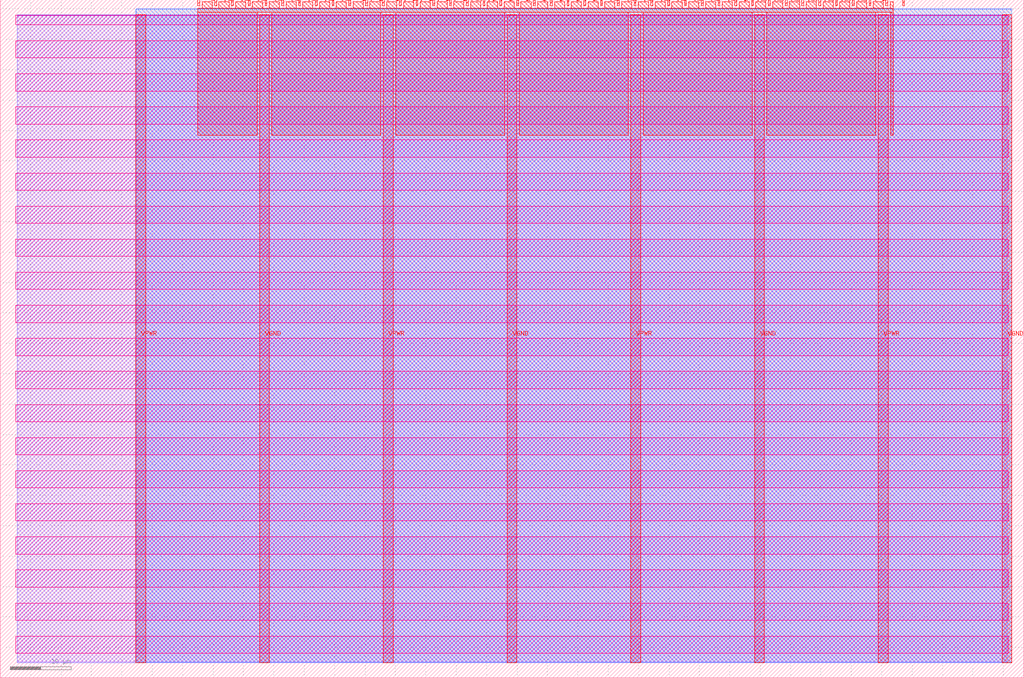
<source format=lef>
VERSION 5.7 ;
  NOWIREEXTENSIONATPIN ON ;
  DIVIDERCHAR "/" ;
  BUSBITCHARS "[]" ;
MACRO tt_um_manjushettar_dup
  CLASS BLOCK ;
  FOREIGN tt_um_manjushettar_dup ;
  ORIGIN 0.000 0.000 ;
  SIZE 168.360 BY 111.520 ;
  PIN VGND
    DIRECTION INOUT ;
    USE GROUND ;
    PORT
      LAYER met4 ;
        RECT 42.670 2.480 44.270 109.040 ;
    END
    PORT
      LAYER met4 ;
        RECT 83.380 2.480 84.980 109.040 ;
    END
    PORT
      LAYER met4 ;
        RECT 124.090 2.480 125.690 109.040 ;
    END
    PORT
      LAYER met4 ;
        RECT 164.800 2.480 166.400 109.040 ;
    END
  END VGND
  PIN VPWR
    DIRECTION INOUT ;
    USE POWER ;
    PORT
      LAYER met4 ;
        RECT 22.315 2.480 23.915 109.040 ;
    END
    PORT
      LAYER met4 ;
        RECT 63.025 2.480 64.625 109.040 ;
    END
    PORT
      LAYER met4 ;
        RECT 103.735 2.480 105.335 109.040 ;
    END
    PORT
      LAYER met4 ;
        RECT 144.445 2.480 146.045 109.040 ;
    END
  END VPWR
  PIN clk
    DIRECTION INPUT ;
    USE SIGNAL ;
    ANTENNAGATEAREA 0.852000 ;
    PORT
      LAYER met4 ;
        RECT 145.670 110.520 145.970 111.520 ;
    END
  END clk
  PIN ena
    DIRECTION INPUT ;
    USE SIGNAL ;
    PORT
      LAYER met4 ;
        RECT 148.430 110.520 148.730 111.520 ;
    END
  END ena
  PIN rst_n
    DIRECTION INPUT ;
    USE SIGNAL ;
    ANTENNAGATEAREA 0.126000 ;
    PORT
      LAYER met4 ;
        RECT 142.910 110.520 143.210 111.520 ;
    END
  END rst_n
  PIN ui_in[0]
    DIRECTION INPUT ;
    USE SIGNAL ;
    ANTENNAGATEAREA 0.196500 ;
    PORT
      LAYER met4 ;
        RECT 140.150 110.520 140.450 111.520 ;
    END
  END ui_in[0]
  PIN ui_in[1]
    DIRECTION INPUT ;
    USE SIGNAL ;
    ANTENNAGATEAREA 0.196500 ;
    PORT
      LAYER met4 ;
        RECT 137.390 110.520 137.690 111.520 ;
    END
  END ui_in[1]
  PIN ui_in[2]
    DIRECTION INPUT ;
    USE SIGNAL ;
    ANTENNAGATEAREA 0.196500 ;
    PORT
      LAYER met4 ;
        RECT 134.630 110.520 134.930 111.520 ;
    END
  END ui_in[2]
  PIN ui_in[3]
    DIRECTION INPUT ;
    USE SIGNAL ;
    ANTENNAGATEAREA 0.196500 ;
    PORT
      LAYER met4 ;
        RECT 131.870 110.520 132.170 111.520 ;
    END
  END ui_in[3]
  PIN ui_in[4]
    DIRECTION INPUT ;
    USE SIGNAL ;
    ANTENNAGATEAREA 0.196500 ;
    PORT
      LAYER met4 ;
        RECT 129.110 110.520 129.410 111.520 ;
    END
  END ui_in[4]
  PIN ui_in[5]
    DIRECTION INPUT ;
    USE SIGNAL ;
    ANTENNAGATEAREA 0.196500 ;
    PORT
      LAYER met4 ;
        RECT 126.350 110.520 126.650 111.520 ;
    END
  END ui_in[5]
  PIN ui_in[6]
    DIRECTION INPUT ;
    USE SIGNAL ;
    ANTENNAGATEAREA 0.196500 ;
    PORT
      LAYER met4 ;
        RECT 123.590 110.520 123.890 111.520 ;
    END
  END ui_in[6]
  PIN ui_in[7]
    DIRECTION INPUT ;
    USE SIGNAL ;
    ANTENNAGATEAREA 0.196500 ;
    PORT
      LAYER met4 ;
        RECT 120.830 110.520 121.130 111.520 ;
    END
  END ui_in[7]
  PIN uio_in[0]
    DIRECTION INPUT ;
    USE SIGNAL ;
    ANTENNAGATEAREA 0.196500 ;
    PORT
      LAYER met4 ;
        RECT 118.070 110.520 118.370 111.520 ;
    END
  END uio_in[0]
  PIN uio_in[1]
    DIRECTION INPUT ;
    USE SIGNAL ;
    ANTENNAGATEAREA 0.196500 ;
    PORT
      LAYER met4 ;
        RECT 115.310 110.520 115.610 111.520 ;
    END
  END uio_in[1]
  PIN uio_in[2]
    DIRECTION INPUT ;
    USE SIGNAL ;
    ANTENNAGATEAREA 0.196500 ;
    PORT
      LAYER met4 ;
        RECT 112.550 110.520 112.850 111.520 ;
    END
  END uio_in[2]
  PIN uio_in[3]
    DIRECTION INPUT ;
    USE SIGNAL ;
    ANTENNAGATEAREA 0.196500 ;
    PORT
      LAYER met4 ;
        RECT 109.790 110.520 110.090 111.520 ;
    END
  END uio_in[3]
  PIN uio_in[4]
    DIRECTION INPUT ;
    USE SIGNAL ;
    ANTENNAGATEAREA 0.196500 ;
    PORT
      LAYER met4 ;
        RECT 107.030 110.520 107.330 111.520 ;
    END
  END uio_in[4]
  PIN uio_in[5]
    DIRECTION INPUT ;
    USE SIGNAL ;
    ANTENNAGATEAREA 0.196500 ;
    PORT
      LAYER met4 ;
        RECT 104.270 110.520 104.570 111.520 ;
    END
  END uio_in[5]
  PIN uio_in[6]
    DIRECTION INPUT ;
    USE SIGNAL ;
    ANTENNAGATEAREA 0.196500 ;
    PORT
      LAYER met4 ;
        RECT 101.510 110.520 101.810 111.520 ;
    END
  END uio_in[6]
  PIN uio_in[7]
    DIRECTION INPUT ;
    USE SIGNAL ;
    ANTENNAGATEAREA 0.196500 ;
    PORT
      LAYER met4 ;
        RECT 98.750 110.520 99.050 111.520 ;
    END
  END uio_in[7]
  PIN uio_oe[0]
    DIRECTION OUTPUT TRISTATE ;
    USE SIGNAL ;
    PORT
      LAYER met4 ;
        RECT 51.830 110.520 52.130 111.520 ;
    END
  END uio_oe[0]
  PIN uio_oe[1]
    DIRECTION OUTPUT TRISTATE ;
    USE SIGNAL ;
    PORT
      LAYER met4 ;
        RECT 49.070 110.520 49.370 111.520 ;
    END
  END uio_oe[1]
  PIN uio_oe[2]
    DIRECTION OUTPUT TRISTATE ;
    USE SIGNAL ;
    PORT
      LAYER met4 ;
        RECT 46.310 110.520 46.610 111.520 ;
    END
  END uio_oe[2]
  PIN uio_oe[3]
    DIRECTION OUTPUT TRISTATE ;
    USE SIGNAL ;
    PORT
      LAYER met4 ;
        RECT 43.550 110.520 43.850 111.520 ;
    END
  END uio_oe[3]
  PIN uio_oe[4]
    DIRECTION OUTPUT TRISTATE ;
    USE SIGNAL ;
    PORT
      LAYER met4 ;
        RECT 40.790 110.520 41.090 111.520 ;
    END
  END uio_oe[4]
  PIN uio_oe[5]
    DIRECTION OUTPUT TRISTATE ;
    USE SIGNAL ;
    PORT
      LAYER met4 ;
        RECT 38.030 110.520 38.330 111.520 ;
    END
  END uio_oe[5]
  PIN uio_oe[6]
    DIRECTION OUTPUT TRISTATE ;
    USE SIGNAL ;
    PORT
      LAYER met4 ;
        RECT 35.270 110.520 35.570 111.520 ;
    END
  END uio_oe[6]
  PIN uio_oe[7]
    DIRECTION OUTPUT TRISTATE ;
    USE SIGNAL ;
    PORT
      LAYER met4 ;
        RECT 32.510 110.520 32.810 111.520 ;
    END
  END uio_oe[7]
  PIN uio_out[0]
    DIRECTION OUTPUT TRISTATE ;
    USE SIGNAL ;
    PORT
      LAYER met4 ;
        RECT 73.910 110.520 74.210 111.520 ;
    END
  END uio_out[0]
  PIN uio_out[1]
    DIRECTION OUTPUT TRISTATE ;
    USE SIGNAL ;
    PORT
      LAYER met4 ;
        RECT 71.150 110.520 71.450 111.520 ;
    END
  END uio_out[1]
  PIN uio_out[2]
    DIRECTION OUTPUT TRISTATE ;
    USE SIGNAL ;
    PORT
      LAYER met4 ;
        RECT 68.390 110.520 68.690 111.520 ;
    END
  END uio_out[2]
  PIN uio_out[3]
    DIRECTION OUTPUT TRISTATE ;
    USE SIGNAL ;
    PORT
      LAYER met4 ;
        RECT 65.630 110.520 65.930 111.520 ;
    END
  END uio_out[3]
  PIN uio_out[4]
    DIRECTION OUTPUT TRISTATE ;
    USE SIGNAL ;
    PORT
      LAYER met4 ;
        RECT 62.870 110.520 63.170 111.520 ;
    END
  END uio_out[4]
  PIN uio_out[5]
    DIRECTION OUTPUT TRISTATE ;
    USE SIGNAL ;
    PORT
      LAYER met4 ;
        RECT 60.110 110.520 60.410 111.520 ;
    END
  END uio_out[5]
  PIN uio_out[6]
    DIRECTION OUTPUT TRISTATE ;
    USE SIGNAL ;
    PORT
      LAYER met4 ;
        RECT 57.350 110.520 57.650 111.520 ;
    END
  END uio_out[6]
  PIN uio_out[7]
    DIRECTION OUTPUT TRISTATE ;
    USE SIGNAL ;
    PORT
      LAYER met4 ;
        RECT 54.590 110.520 54.890 111.520 ;
    END
  END uio_out[7]
  PIN uo_out[0]
    DIRECTION OUTPUT TRISTATE ;
    USE SIGNAL ;
    ANTENNADIFFAREA 0.795200 ;
    PORT
      LAYER met4 ;
        RECT 95.990 110.520 96.290 111.520 ;
    END
  END uo_out[0]
  PIN uo_out[1]
    DIRECTION OUTPUT TRISTATE ;
    USE SIGNAL ;
    ANTENNADIFFAREA 0.795200 ;
    PORT
      LAYER met4 ;
        RECT 93.230 110.520 93.530 111.520 ;
    END
  END uo_out[1]
  PIN uo_out[2]
    DIRECTION OUTPUT TRISTATE ;
    USE SIGNAL ;
    PORT
      LAYER met4 ;
        RECT 90.470 110.520 90.770 111.520 ;
    END
  END uo_out[2]
  PIN uo_out[3]
    DIRECTION OUTPUT TRISTATE ;
    USE SIGNAL ;
    PORT
      LAYER met4 ;
        RECT 87.710 110.520 88.010 111.520 ;
    END
  END uo_out[3]
  PIN uo_out[4]
    DIRECTION OUTPUT TRISTATE ;
    USE SIGNAL ;
    PORT
      LAYER met4 ;
        RECT 84.950 110.520 85.250 111.520 ;
    END
  END uo_out[4]
  PIN uo_out[5]
    DIRECTION OUTPUT TRISTATE ;
    USE SIGNAL ;
    PORT
      LAYER met4 ;
        RECT 82.190 110.520 82.490 111.520 ;
    END
  END uo_out[5]
  PIN uo_out[6]
    DIRECTION OUTPUT TRISTATE ;
    USE SIGNAL ;
    PORT
      LAYER met4 ;
        RECT 79.430 110.520 79.730 111.520 ;
    END
  END uo_out[6]
  PIN uo_out[7]
    DIRECTION OUTPUT TRISTATE ;
    USE SIGNAL ;
    PORT
      LAYER met4 ;
        RECT 76.670 110.520 76.970 111.520 ;
    END
  END uo_out[7]
  OBS
      LAYER nwell ;
        RECT 2.570 107.385 165.790 108.990 ;
        RECT 2.570 101.945 165.790 104.775 ;
        RECT 2.570 96.505 165.790 99.335 ;
        RECT 2.570 91.065 165.790 93.895 ;
        RECT 2.570 85.625 165.790 88.455 ;
        RECT 2.570 80.185 165.790 83.015 ;
        RECT 2.570 74.745 165.790 77.575 ;
        RECT 2.570 69.305 165.790 72.135 ;
        RECT 2.570 63.865 165.790 66.695 ;
        RECT 2.570 58.425 165.790 61.255 ;
        RECT 2.570 52.985 165.790 55.815 ;
        RECT 2.570 47.545 165.790 50.375 ;
        RECT 2.570 42.105 165.790 44.935 ;
        RECT 2.570 36.665 165.790 39.495 ;
        RECT 2.570 31.225 165.790 34.055 ;
        RECT 2.570 25.785 165.790 28.615 ;
        RECT 2.570 20.345 165.790 23.175 ;
        RECT 2.570 14.905 165.790 17.735 ;
        RECT 2.570 9.465 165.790 12.295 ;
        RECT 2.570 4.025 165.790 6.855 ;
      LAYER li1 ;
        RECT 2.760 2.635 165.600 108.885 ;
      LAYER met1 ;
        RECT 2.760 2.480 166.400 109.040 ;
      LAYER met2 ;
        RECT 22.345 2.535 166.370 110.005 ;
      LAYER met3 ;
        RECT 22.325 2.555 166.390 109.985 ;
      LAYER met4 ;
        RECT 33.210 110.120 34.870 111.170 ;
        RECT 35.970 110.120 37.630 111.170 ;
        RECT 38.730 110.120 40.390 111.170 ;
        RECT 41.490 110.120 43.150 111.170 ;
        RECT 44.250 110.120 45.910 111.170 ;
        RECT 47.010 110.120 48.670 111.170 ;
        RECT 49.770 110.120 51.430 111.170 ;
        RECT 52.530 110.120 54.190 111.170 ;
        RECT 55.290 110.120 56.950 111.170 ;
        RECT 58.050 110.120 59.710 111.170 ;
        RECT 60.810 110.120 62.470 111.170 ;
        RECT 63.570 110.120 65.230 111.170 ;
        RECT 66.330 110.120 67.990 111.170 ;
        RECT 69.090 110.120 70.750 111.170 ;
        RECT 71.850 110.120 73.510 111.170 ;
        RECT 74.610 110.120 76.270 111.170 ;
        RECT 77.370 110.120 79.030 111.170 ;
        RECT 80.130 110.120 81.790 111.170 ;
        RECT 82.890 110.120 84.550 111.170 ;
        RECT 85.650 110.120 87.310 111.170 ;
        RECT 88.410 110.120 90.070 111.170 ;
        RECT 91.170 110.120 92.830 111.170 ;
        RECT 93.930 110.120 95.590 111.170 ;
        RECT 96.690 110.120 98.350 111.170 ;
        RECT 99.450 110.120 101.110 111.170 ;
        RECT 102.210 110.120 103.870 111.170 ;
        RECT 104.970 110.120 106.630 111.170 ;
        RECT 107.730 110.120 109.390 111.170 ;
        RECT 110.490 110.120 112.150 111.170 ;
        RECT 113.250 110.120 114.910 111.170 ;
        RECT 116.010 110.120 117.670 111.170 ;
        RECT 118.770 110.120 120.430 111.170 ;
        RECT 121.530 110.120 123.190 111.170 ;
        RECT 124.290 110.120 125.950 111.170 ;
        RECT 127.050 110.120 128.710 111.170 ;
        RECT 129.810 110.120 131.470 111.170 ;
        RECT 132.570 110.120 134.230 111.170 ;
        RECT 135.330 110.120 136.990 111.170 ;
        RECT 138.090 110.120 139.750 111.170 ;
        RECT 140.850 110.120 142.510 111.170 ;
        RECT 143.610 110.120 145.270 111.170 ;
        RECT 146.370 110.120 146.905 111.170 ;
        RECT 32.495 109.440 146.905 110.120 ;
        RECT 32.495 89.255 42.270 109.440 ;
        RECT 44.670 89.255 62.625 109.440 ;
        RECT 65.025 89.255 82.980 109.440 ;
        RECT 85.380 89.255 103.335 109.440 ;
        RECT 105.735 89.255 123.690 109.440 ;
        RECT 126.090 89.255 144.045 109.440 ;
        RECT 146.445 89.255 146.905 109.440 ;
  END
END tt_um_manjushettar_dup
END LIBRARY


</source>
